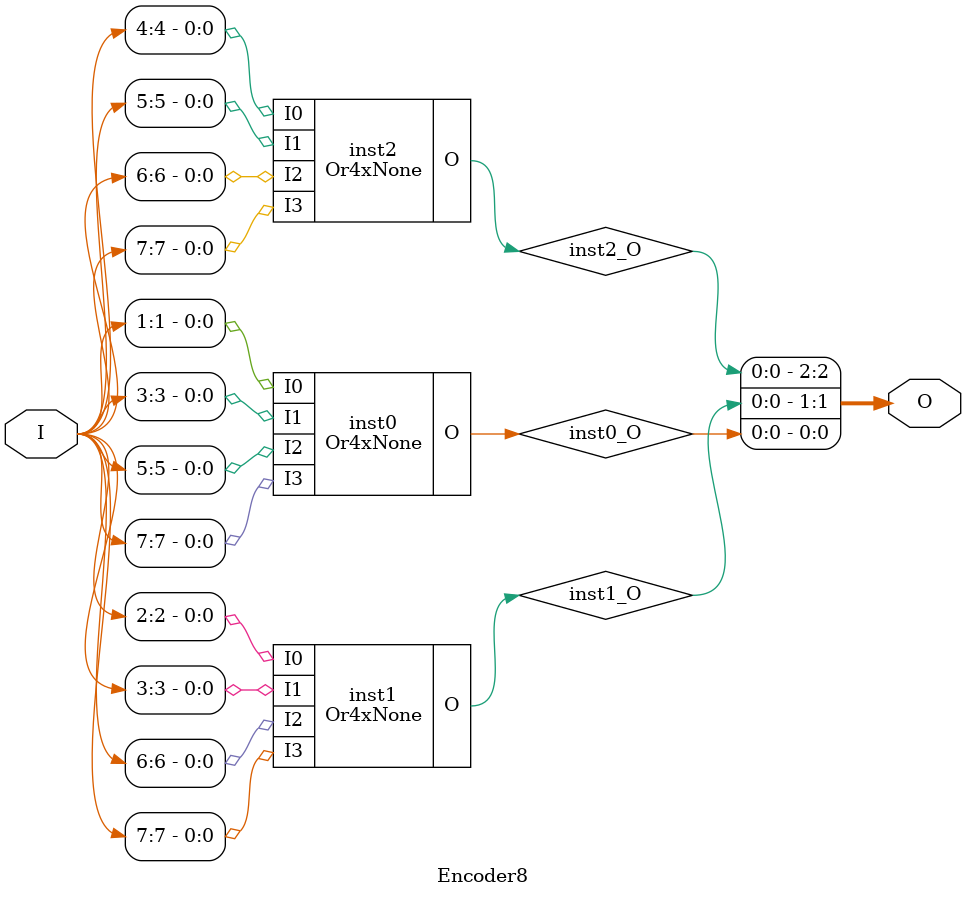
<source format=v>
module Or4xNone (input  I0, input  I1, input  I2, input  I3, output  O);
wire  inst0_out;
orr inst0 (.in({I3,I2,I1,I0}), .out(inst0_out));
assign O = inst0_out;
endmodule

module Encoder8 (input [7:0] I, output [2:0] O);
wire  inst0_O;
wire  inst1_O;
wire  inst2_O;
Or4xNone inst0 (.I0(I[1]), .I1(I[3]), .I2(I[5]), .I3(I[7]), .O(inst0_O));
Or4xNone inst1 (.I0(I[2]), .I1(I[3]), .I2(I[6]), .I3(I[7]), .O(inst1_O));
Or4xNone inst2 (.I0(I[4]), .I1(I[5]), .I2(I[6]), .I3(I[7]), .O(inst2_O));
assign O = {inst2_O,inst1_O,inst0_O};
endmodule


</source>
